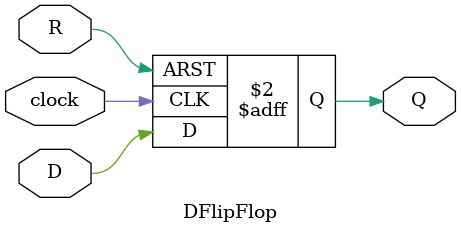
<source format=v>
`timescale 1ns / 1ps


module Ba(w, clock, z);

input w;
input clock;

wire Q2;
wire Q1;
wire Q0;

wire D2;
wire D1;
wire D0;

output reg z;


DFlipFlop d2(D2, 0, clock, Q2);
DFlipFlop d1(D1, 0, clock, Q1);
DFlipFlop d0(D0, 0, clock, Q0);

assign D2 = (w && Q1 && Q0) || (w && Q2 && !Q1) || (!w && !Q2 && !Q1 && !Q0);
assign D1 = (!w && Q0) || (!Q1 && Q0) || (Q2 && Q1) || (w && Q2);
assign D0 = (w && !Q2) || (w && Q0) || (w && Q1);

always @ (posedge clock)
    z = Q2 && Q1;


endmodule


module DFlipFlop(D,R,clock,Q);

input D;
input R,clock;
output reg Q;

always@(posedge R, posedge clock)
    begin
        if(R)
            Q<=0;
        else
            begin
                Q<=D;
            end
    end
endmodule



</source>
